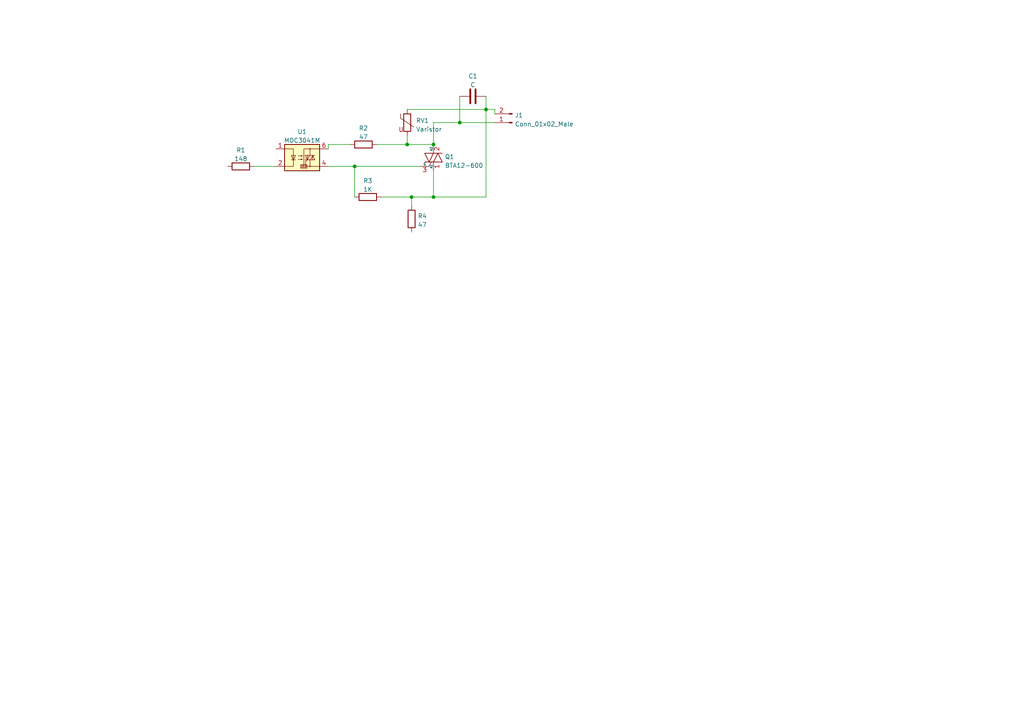
<source format=kicad_sch>
(kicad_sch (version 20211123) (generator eeschema)
  (paper "A4")
  (lib_symbols
    (symbol "Connector:Conn_01x02_Male" (pin_names (offset 1.016) hide)
      (property "Reference" "J" (at 0 2.54 0))
      (property "Value" "Conn_01x02_Male" (at 0 -5.08 0))
      (symbol "Conn_01x02_Male_1_1"
        (polyline (pts (xy 1.27 -2.54) (xy 0.8636 -2.54)) (stroke (width 0.1524)))
        (polyline (pts (xy 1.27 0) (xy 0.8636 0)) (stroke (width 0.1524)))
        (rectangle (start 0.8636 -2.413) (end 0 -2.667) (stroke (width 0.1524)) (fill (type outline)))
        (rectangle (start 0.8636 0.127) (end 0 -0.127) (stroke (width 0.1524)) (fill (type outline)))
        (pin passive line (at 5.08 0 180) (length 3.81) (name "Pin_1") (number "1"))
        (pin passive line (at 5.08 -2.54 180) (length 3.81) (name "Pin_2") (number "2"))
      )
    )
    (symbol "Device:C" (pin_numbers hide) (pin_names (offset 0.254))
      (property "Reference" "C" (at 0.635 2.54 0))
      (property "Value" "C" (at 0.635 -2.54 0))
      (symbol "C_0_1"
        (polyline (pts (xy -2.032 -0.762) (xy 2.032 -0.762)) (stroke (width 0.508)))
        (polyline (pts (xy -2.032 0.762) (xy 2.032 0.762)) (stroke (width 0.508)))
      )
      (symbol "C_1_1"
        (pin passive line (at 0 3.81 270) (length 2.794) (name "~") (number "1"))
        (pin passive line (at 0 -3.81 90) (length 2.794) (name "~") (number "2"))
      )
    )
    (symbol "Device:R" (pin_numbers hide) (pin_names (offset 0))
      (property "Reference" "R" (at 2.032 0 90))
      (property "Value" "R" (at 0 0 90))
      (symbol "R_0_1"
        (rectangle (start -1.016 -2.54) (end 1.016 2.54) (stroke (width 0.254)))
      )
      (symbol "R_1_1"
        (pin passive line (at 0 3.81 270) (length 1.27) (name "~") (number "1"))
        (pin passive line (at 0 -3.81 90) (length 1.27) (name "~") (number "2"))
      )
    )
    (symbol "Device:Varistor" (pin_numbers hide) (pin_names (offset 0))
      (property "Reference" "RV" (at 3.175 0 90))
      (property "Value" "Varistor" (at -3.175 0 90))
      (symbol "Varistor_0_0"
        (text "U" (at -1.778 -2.032 0) (effects (font (size 1.27 1.27))))
      )
      (symbol "Varistor_0_1"
        (rectangle (start -1.016 -2.54) (end 1.016 2.54) (stroke (width 0.254)))
        (polyline (pts (xy -1.905 2.54) (xy -1.905 1.27) (xy 1.905 -1.27)))
      )
      (symbol "Varistor_1_1"
        (pin passive line (at 0 3.81 270) (length 1.27) (name "~") (number "1"))
        (pin passive line (at 0 -3.81 90) (length 1.27) (name "~") (number "2"))
      )
    )
    (symbol "Relay_SolidState:MOC3041M"
      (property "Reference" "U" (at -5.08 5.08 0))
      (property "Value" "MOC3041M" (at 0 5.08 0))
      (symbol "MOC3041M_0_0"
        (rectangle (start -0.381 -2.032) (end 1.397 -3.048))
        (polyline (pts (xy 2.286 -2.54) (xy 1.397 -2.54)))
        (polyline (pts (xy 1.524 -0.635) (xy 1.016 -1.016) (xy 1.016 -2.032)))
        (text "ZCD" (at 0.508 -2.54 0) (effects (font (size 0.508 0.508))))
      )
      (symbol "MOC3041M_0_1"
        (rectangle (start -5.08 3.81) (end 5.08 -3.81) (stroke (width 0.254)) (fill (type background)))
        (polyline (pts (xy -3.175 -0.635) (xy -1.905 -0.635)))
        (polyline (pts (xy 1.524 -0.635) (xy 1.524 0.635)))
        (polyline (pts (xy 3.048 0.635) (xy 3.048 -0.635)))
        (polyline (pts (xy 2.286 -0.635) (xy 2.286 -2.54) (xy 5.08 -2.54)))
        (polyline (pts (xy 2.286 0.635) (xy 2.286 2.54) (xy 5.08 2.54)))
        (polyline (pts (xy 2.286 2.54) (xy 0.508 2.54) (xy 0.508 -2.032)))
        (polyline (pts (xy -5.08 2.54) (xy -2.54 2.54) (xy -2.54 -2.54) (xy -5.08 -2.54)))
        (polyline (pts (xy -2.54 -0.635) (xy -3.175 0.635) (xy -1.905 0.635) (xy -2.54 -0.635)))
        (polyline (pts (xy 0.889 -0.635) (xy 3.683 -0.635) (xy 3.048 0.635) (xy 2.413 -0.635)))
        (polyline (pts (xy 3.683 0.635) (xy 0.889 0.635) (xy 1.524 -0.635) (xy 2.159 0.635)))
        (polyline (pts (xy -1.143 -0.508) (xy 0.127 -0.508) (xy -0.254 -0.635) (xy -0.254 -0.381) (xy 0.127 -0.508)))
        (polyline (pts (xy -1.143 0.508) (xy 0.127 0.508) (xy -0.254 0.381) (xy -0.254 0.635) (xy 0.127 0.508)))
        (circle (center 2.286 -2.54) (radius 0.127))
        (circle (center 2.286 2.54) (radius 0.127))
      )
      (symbol "MOC3041M_1_1"
        (pin passive line (at -7.62 2.54 0) (length 2.54) (name "~") (number "1"))
        (pin passive line (at -7.62 -2.54 0) (length 2.54) (name "~") (number "2"))
        (pin no_connect line (at -5.08 0 0) (length 2.54) hide (name "NC") (number "3"))
        (pin passive line (at 7.62 -2.54 180) (length 2.54) (name "~") (number "4"))
        (pin no_connect line (at 5.08 0 180) (length 2.54) hide (name "NC") (number "5"))
        (pin passive line (at 7.62 2.54 180) (length 2.54) (name "~") (number "6"))
      )
    )
    (symbol "Triac_Thyristor:BTA16-600B" (pin_names (offset 0))
      (property "Reference" "Q" (at 5.08 1.905 0))
      (property "Value" "BTA16-600B" (at 5.08 0 0))
      (symbol "BTA16-600B_0_1"
        (polyline (pts (xy -2.54 -1.27) (xy 2.54 -1.27)) (stroke (width 0.2032)))
        (polyline (pts (xy -2.54 1.27) (xy 2.54 1.27)) (stroke (width 0.2032)))
        (polyline (pts (xy -1.27 -2.54) (xy -0.635 -1.27)))
        (polyline (pts (xy -2.54 1.27) (xy -1.27 -1.27) (xy 0 1.27)) (stroke (width 0.2032)))
        (polyline (pts (xy 0 -1.27) (xy 1.27 1.27) (xy 2.54 -1.27)) (stroke (width 0.2032)))
      )
      (symbol "BTA16-600B_1_1"
        (pin passive line (at 0 -3.81 90) (length 2.54) (name "A1") (number "1"))
        (pin passive line (at 0 3.81 270) (length 2.54) (name "A2") (number "2"))
        (pin input line (at -3.81 -2.54 0) (length 2.54) (name "G") (number "3"))
      )
    )
  )
  (junction (at 133.35 35.56))
  (junction (at 140.97 31.75))
  (junction (at 102.87 48.26))
  (junction (at 118.11 41.91))
  (junction (at 119.38 57.15))
  (junction (at 125.73 41.91))
  (junction (at 125.73 57.15))
  (wire (pts (xy 125.73 41.91) (xy 125.73 35.56)))
  (wire (pts (xy 102.87 48.26) (xy 121.92 48.26)))
  (wire (pts (xy 95.25 43.18) (xy 95.25 41.91)))
  (wire (pts (xy 102.87 57.15) (xy 102.87 48.26)))
  (wire (pts (xy 140.97 57.15) (xy 125.73 57.15)))
  (wire (pts (xy 110.49 57.15) (xy 119.38 57.15)))
  (wire (pts (xy 109.22 41.91) (xy 118.11 41.91)))
  (wire (pts (xy 118.11 41.91) (xy 125.73 41.91)))
  (wire (pts (xy 118.11 41.91) (xy 118.11 39.37)))
  (wire (pts (xy 140.97 31.75) (xy 140.97 57.15)))
  (wire (pts (xy 119.38 57.15) (xy 119.38 59.69)))
  (wire (pts (xy 125.73 57.15) (xy 125.73 49.53)))
  (wire (pts (xy 73.66 48.26) (xy 80.01 48.26)))
  (wire (pts (xy 133.35 27.94) (xy 133.35 35.56)))
  (wire (pts (xy 95.25 48.26) (xy 102.87 48.26)))
  (wire (pts (xy 140.97 31.75) (xy 140.97 27.94)))
  (wire (pts (xy 140.97 31.75) (xy 143.51 31.75)))
  (wire (pts (xy 133.35 35.56) (xy 143.51 35.56)))
  (wire (pts (xy 118.11 31.75) (xy 140.97 31.75)))
  (wire (pts (xy 119.38 57.15) (xy 125.73 57.15)))
  (wire (pts (xy 125.73 35.56) (xy 133.35 35.56)))
  (wire (pts (xy 143.51 31.75) (xy 143.51 33.02)))
  (wire (pts (xy 95.25 41.91) (xy 101.6 41.91)))
  (symbol (lib_id "Device:C") (at 137.16 27.94 90) (unit 1)
    (property "Reference" "C1" (at 137.16 22.0812 90))
    (property "Value" "C" (at 137.16 24.6181 90))
  )
  (symbol (lib_id "Device:R") (at 119.38 63.5 180) (unit 1)
    (property "Reference" "R4" (at 121.158 62.6653 0) (effects (justify right)))
    (property "Value" "47" (at 121.158 65.2022 0) (effects (justify right)))
  )
  (symbol (lib_id "Device:R") (at 106.68 57.15 270) (unit 1)
    (property "Reference" "R3" (at 106.68 52.4342 90))
    (property "Value" "1K" (at 106.68 54.9711 90))
  )
  (symbol (lib_id "Device:R") (at 105.41 41.91 270) (unit 1)
    (property "Reference" "R2" (at 105.41 37.1942 90))
    (property "Value" "47" (at 105.41 39.7311 90))
  )
  (symbol (lib_id "Device:R") (at 69.85 48.26 270) (unit 1)
    (property "Reference" "R1" (at 69.85 43.5442 90))
    (property "Value" "148" (at 69.85 46.0811 90))
  )
  (symbol (lib_id "Relay_SolidState:MOC3041M") (at 87.63 45.72 0) (unit 1)
    (property "Reference" "U1" (at 87.63 38.2102 0))
    (property "Value" "MOC3041M" (at 87.63 40.7471 0))
    (property "Datasheet" "https://www.onsemi.com/pub/Collateral/MOC3043M-D.pdf" (effects hide))
  )
  (symbol (lib_id "Device:Varistor") (at 118.11 35.56 0) (unit 1)
    (property "Reference" "RV1" (at 120.65 34.9785 0) (effects (justify left)))
    (property "Value" "Varistor" (at 120.65 37.5154 0) (effects (justify left)))
  )
  (symbol (lib_id "Connector:Conn_01x02_Male") (at 148.59 35.56 180) (unit 1)
    (property "Reference" "J1" (at 149.3012 33.4553 0) (effects (justify right)))
    (property "Value" "Conn_01x02_Male" (at 149.3012 35.9922 0) (effects (justify right)))
  )
  (symbol (lib_id "Triac_Thyristor:BTA16-600B") (at 125.73 45.72 0) (unit 1)
    (property "Reference" "Q1" (at 129.0066 45.4695 0) (effects (justify left)))
    (property "Value" "BTA12-600" (at 129.0066 48.0064 0) (effects (justify left)))
    (property "Footprint" "Package_TO_SOT_THT:TO-220-3_Vertical" (effects hide))
    (property "Datasheet" "https://www.st.com/resource/en/datasheet/bta16.pdf" (effects hide))
  )
)
</source>
